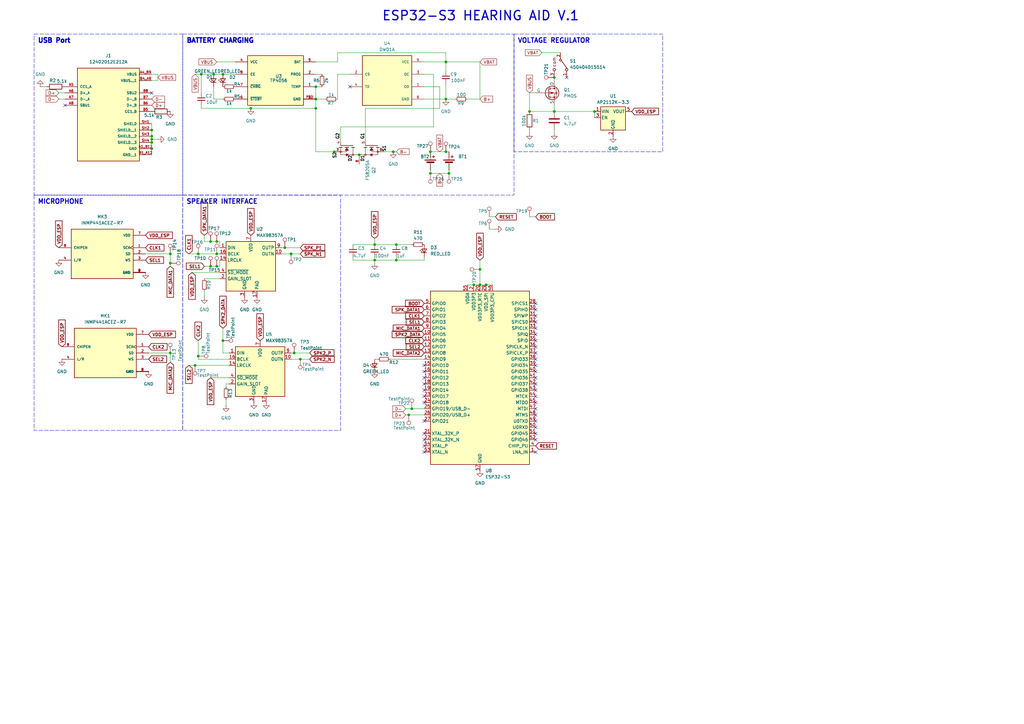
<source format=kicad_sch>
(kicad_sch (version 20231120) (generator "eeschema") (generator_version "8.0")
  (paper "A3")
  (lib_symbols
    (symbol "12402012E212A:12402012E212A" (pin_names (offset 1.016))
      (property "Reference" "J" (at -12.7 13.462 0))
      (property "Value" "12402012E212A" (at -12.7 -26.162 0))
      (symbol "12402012E212A_0_0"
        (pin power_in line (at 17.78 -20.32 180) (length 5.08) (name "GND") (number "A1_B12"))
        (pin power_in line (at 17.78 10.16 180) (length 5.08) (name "VBUS") (number "A4_B9"))
        (pin bidirectional line (at -17.78 5.08 0) (length 5.08) (name "CC1_A") (number "A5"))
        (pin bidirectional line (at -17.78 2.54 0) (length 5.08) (name "D+_A") (number "A6"))
        (pin bidirectional line (at -17.78 0 0) (length 5.08) (name "D-_A") (number "A7"))
        (pin bidirectional line (at -17.78 -2.54 0) (length 5.08) (name "SBU1") (number "A8"))
        (pin power_in line (at 17.78 -22.86 180) (length 5.08) (name "GND__1") (number "B1_A12"))
        (pin power_in line (at 17.78 7.62 180) (length 5.08) (name "VBUS__1") (number "B4_A9"))
        (pin bidirectional line (at 17.78 -5.08 180) (length 5.08) (name "CC1_B") (number "B5"))
        (pin bidirectional line (at 17.78 -2.54 180) (length 5.08) (name "D+_B") (number "B6"))
        (pin bidirectional line (at 17.78 0 180) (length 5.08) (name "D-_B") (number "B7"))
        (pin bidirectional line (at 17.78 2.54 180) (length 5.08) (name "SBU2") (number "B8"))
        (pin passive line (at 17.78 -10.16 180) (length 5.08) (name "SHIELD") (number "SH1"))
        (pin passive line (at 17.78 -12.7 180) (length 5.08) (name "SHIELD__1") (number "SH2"))
        (pin passive line (at 17.78 -15.24 180) (length 5.08) (name "SHIELD__2") (number "SH3"))
        (pin passive line (at 17.78 -17.78 180) (length 5.08) (name "SHIELD__3") (number "SH4"))
      )
    )
    (symbol "450404015514:450404015514" (pin_names (offset 1.016) hide)
      (property "Reference" "S" (at 2.1336 4.1148 0))
      (property "Value" "450404015514" (at -2.413 -5.1308 0))
      (symbol "450404015514_0_0"
        (text "com" (at -3.302 -1.8034 0) (effects (font (size 1.27 1.27)) (justify left bottom)))
        (pin passive line (at 5.08 2.54 180) (length 2.54) (name "~") (number "1"))
        (pin passive line (at -5.08 0 0) (length 2.54) (name "~") (number "2"))
        (pin passive line (at 5.08 -2.54 180) (length 2.54) (name "~") (number "3"))
      )
    )
    (symbol "Audio:MAX98357A"
      (property "Reference" "U" (at -8.89 11.43 0))
      (property "Value" "MAX98357A" (at 10.16 11.43 0))
      (symbol "MAX98357A_1_1"
        (pin input line (at -12.7 7.62 0) (length 2.54) (name "DIN") (number "1"))
        (pin output line (at 12.7 5.08 180) (length 2.54) (name "OUTN") (number "10"))
        (pin passive line (at -2.54 -12.7 90) (length 2.54) hide (name "GND") (number "11"))
        (pin no_connect line (at 10.16 -5.08 180) (length 2.54) hide (name "NC") (number "12"))
        (pin no_connect line (at 10.16 -7.62 180) (length 2.54) hide (name "NC") (number "13"))
        (pin input line (at -12.7 2.54 0) (length 2.54) (name "LRCLK") (number "14"))
        (pin passive line (at -2.54 -12.7 90) (length 2.54) hide (name "GND") (number "15"))
        (pin input line (at -12.7 5.08 0) (length 2.54) (name "BCLK") (number "16"))
        (pin unspecified line (at 2.54 -12.7 90) (length 2.54) (name "PAD") (number "17"))
        (pin passive line (at -12.7 -5.08 0) (length 2.54) (name "GAIN_SLOT") (number "2"))
        (pin power_in line (at -2.54 -12.7 90) (length 2.54) (name "GND") (number "3"))
        (pin input line (at -12.7 -2.54 0) (length 2.54) (name "~{SD_MODE}") (number "4"))
        (pin no_connect line (at 10.16 2.54 180) (length 2.54) hide (name "NC") (number "5"))
        (pin no_connect line (at 10.16 0 180) (length 2.54) hide (name "NC") (number "6"))
        (pin power_in line (at 0 12.7 270) (length 2.54) (name "VDD") (number "7"))
        (pin passive line (at 0 12.7 270) (length 2.54) hide (name "VDD") (number "8"))
        (pin output line (at 12.7 7.62 180) (length 2.54) (name "OUTP") (number "9"))
      )
    )
    (symbol "Connector:TestPoint" (pin_numbers hide) (pin_names (offset 0.762) hide)
      (property "Reference" "TP" (at 0 6.858 0))
      (property "Value" "TestPoint" (at 0 5.08 0))
      (symbol "TestPoint_1_1"
        (pin passive line (at 0 0 90) (length 2.54) (name "1") (number "1"))
      )
    )
    (symbol "DW01A:DW01A" (pin_names (offset 1.016))
      (property "Reference" "U" (at -10.16 11.43 0))
      (property "Value" "DW01A" (at -10.16 -12.7 0))
      (symbol "DW01A_0_0"
        (pin output line (at 15.24 -2.54 180) (length 5.08) (name "OD") (number "1"))
        (pin input line (at -15.24 2.54 0) (length 5.08) (name "CS") (number "2"))
        (pin output line (at 15.24 2.54 180) (length 5.08) (name "OC") (number "3"))
        (pin passive line (at -15.24 -2.54 0) (length 5.08) (name "TD") (number "4"))
        (pin power_in line (at 15.24 7.62 180) (length 5.08) (name "VCC") (number "5"))
        (pin power_in line (at 15.24 -7.62 180) (length 5.08) (name "GND") (number "6"))
      )
    )
    (symbol "Device:Battery_Cell" (pin_numbers hide) (pin_names (offset 0) hide)
      (property "Reference" "BT" (at 2.54 2.54 0))
      (property "Value" "Battery_Cell" (at 2.54 0 0))
      (symbol "Battery_Cell_1_1"
        (pin passive line (at 0 5.08 270) (length 2.54) (name "+") (number "1"))
        (pin passive line (at 0 -2.54 90) (length 2.54) (name "-") (number "2"))
      )
    )
    (symbol "Device:C" (pin_numbers hide) (pin_names (offset 0.254))
      (property "Reference" "C" (at 0.635 2.54 0))
      (property "Value" "C" (at 0.635 -2.54 0))
      (symbol "C_1_1"
        (pin passive line (at 0 3.81 270) (length 2.794) (name "~") (number "1"))
        (pin passive line (at 0 -3.81 90) (length 2.794) (name "~") (number "2"))
      )
    )
    (symbol "Device:C_Small" (pin_numbers hide) (pin_names (offset 0.254) hide)
      (property "Reference" "C" (at 0.254 1.778 0))
      (property "Value" "C_Small" (at 0.254 -2.032 0))
      (symbol "C_Small_1_1"
        (pin passive line (at 0 2.54 270) (length 2.032) (name "~") (number "1"))
        (pin passive line (at 0 -2.54 90) (length 2.032) (name "~") (number "2"))
      )
    )
    (symbol "Device:LED_Small" (pin_numbers hide) (pin_names (offset 0.254) hide)
      (property "Reference" "D" (at -1.27 3.175 0))
      (property "Value" "LED_Small" (at -4.445 -2.54 0))
      (symbol "LED_Small_1_1"
        (pin passive line (at -2.54 0 0) (length 1.778) (name "K") (number "1"))
        (pin passive line (at 2.54 0 180) (length 1.778) (name "A") (number "2"))
      )
    )
    (symbol "Device:R" (pin_numbers hide) (pin_names (offset 0))
      (property "Reference" "R" (at 2.032 0 90))
      (property "Value" "R" (at 0 0 90))
      (symbol "R_1_1"
        (pin passive line (at 0 3.81 270) (length 1.27) (name "~") (number "1"))
        (pin passive line (at 0 -3.81 90) (length 1.27) (name "~") (number "2"))
      )
    )
    (symbol "Device:R_Small" (pin_numbers hide) (pin_names (offset 0.254) hide)
      (property "Reference" "R" (at 0.762 0.508 0))
      (property "Value" "R_Small" (at 0.762 -1.016 0))
      (symbol "R_Small_1_1"
        (pin passive line (at 0 2.54 270) (length 0.762) (name "~") (number "1"))
        (pin passive line (at 0 -2.54 90) (length 0.762) (name "~") (number "2"))
      )
    )
    (symbol "FS8205A:FS8205A" (pin_names (offset 1.016))
      (property "Reference" "Q" (at -11.43 7.62 0))
      (property "Value" "FS8205A" (at -11.43 -12.7 0))
      (symbol "FS8205A_0_0"
        (pin passive line (at 5.08 0 180) (length 2.54) (name "~") (number "1"))
        (pin passive line (at 0 -10.16 90) (length 2.54) (name "~") (number "2"))
        (pin passive line (at 0 -10.16 90) (length 2.54) (name "~") (number "3"))
        (pin passive line (at -5.08 -7.62 0) (length 2.54) (name "~") (number "4"))
        (pin passive line (at -5.08 2.54 0) (length 2.54) (name "~") (number "5"))
        (pin passive line (at 0 10.16 270) (length 2.54) (name "~") (number "6"))
        (pin passive line (at 0 10.16 270) (length 2.54) (name "~") (number "7"))
        (pin passive line (at 5.08 0 180) (length 2.54) (name "~") (number "8"))
      )
    )
    (symbol "INMP441ACEZ-R7:INMP441ACEZ-R7" (pin_names (offset 1.016))
      (property "Reference" "MK" (at -12.7 10.795 0))
      (property "Value" "INMP441ACEZ-R7" (at -12.7 -12.7 0))
      (symbol "INMP441ACEZ-R7_0_0"
        (pin input clock (at 17.78 2.54 180) (length 5.08) (name "SCK") (number "1"))
        (pin output line (at 17.78 0 180) (length 5.08) (name "SD") (number "2"))
        (pin input line (at 17.78 -2.54 180) (length 5.08) (name "WS") (number "3"))
        (pin input line (at -17.78 -2.54 0) (length 5.08) (name "L/R") (number "4"))
        (pin power_in line (at 17.78 -7.62 180) (length 5.08) (name "GND") (number "5"))
        (pin power_in line (at 17.78 -7.62 180) (length 5.08) (name "GND") (number "6"))
        (pin power_in line (at 17.78 7.62 180) (length 5.08) (name "VDD") (number "7"))
        (pin input line (at -17.78 2.54 0) (length 5.08) (name "CHIPEN") (number "8"))
        (pin power_in line (at 17.78 -7.62 180) (length 5.08) (name "GND") (number "9"))
      )
    )
    (symbol "MCU_Espressif:ESP32-S3"
      (property "Reference" "U" (at 10.16 -38.1 0))
      (property "Value" "ESP32-S3" (at 13.97 -40.64 0))
      (symbol "ESP32-S3_1_0"
        (pin bidirectional line (at 22.86 12.7 180) (length 2.54) (name "SPICLK_N") (number "36"))
        (pin bidirectional line (at 22.86 -10.16 180) (length 2.54) (name "MTDO") (number "45"))
        (pin bidirectional line (at 22.86 -22.86 180) (length 2.54) (name "GPIO45") (number "51"))
        (pin passive line (at -5.08 38.1 270) (length 2.54) hide (name "VDDA") (number "56"))
      )
      (symbol "ESP32-S3_1_1"
        (pin bidirectional line (at 22.86 -30.48 180) (length 2.54) (name "LNA_IN") (number "1"))
        (pin bidirectional line (at -22.86 17.78 0) (length 2.54) (name "GPIO5") (number "10"))
        (pin bidirectional line (at -22.86 15.24 0) (length 2.54) (name "GPIO6") (number "11"))
        (pin bidirectional line (at -22.86 12.7 0) (length 2.54) (name "GPIO7") (number "12"))
        (pin bidirectional line (at -22.86 10.16 0) (length 2.54) (name "GPIO8") (number "13"))
        (pin bidirectional line (at -22.86 7.62 0) (length 2.54) (name "GPIO9") (number "14"))
        (pin bidirectional line (at -22.86 5.08 0) (length 2.54) (name "GPIO10") (number "15"))
        (pin bidirectional line (at -22.86 2.54 0) (length 2.54) (name "GPIO11") (number "16"))
        (pin bidirectional line (at -22.86 0 0) (length 2.54) (name "GPIO12") (number "17"))
        (pin bidirectional line (at -22.86 -2.54 0) (length 2.54) (name "GPIO13") (number "18"))
        (pin bidirectional line (at -22.86 -5.08 0) (length 2.54) (name "GPIO14") (number "19"))
        (pin power_in line (at -2.54 38.1 270) (length 2.54) (name "VDD3P3") (number "2"))
        (pin power_in line (at 0 38.1 270) (length 2.54) (name "VDD3P3_RTC") (number "20"))
        (pin passive line (at -22.86 -22.86 0) (length 2.54) (name "XTAL_32K_P") (number "21"))
        (pin passive line (at -22.86 -25.4 0) (length 2.54) (name "XTAL_32K_N") (number "22"))
        (pin bidirectional line (at -22.86 -7.62 0) (length 2.54) (name "GPIO17") (number "23"))
        (pin bidirectional line (at -22.86 -10.16 0) (length 2.54) (name "GPIO18") (number "24"))
        (pin bidirectional line (at -22.86 -12.7 0) (length 2.54) (name "GPIO19/USB_D-") (number "25"))
        (pin bidirectional line (at -22.86 -15.24 0) (length 2.54) (name "GPIO20/USB_D+") (number "26"))
        (pin bidirectional line (at -22.86 -17.78 0) (length 2.54) (name "GPIO21") (number "27"))
        (pin bidirectional line (at 22.86 30.48 180) (length 2.54) (name "SPICS1") (number "28"))
        (pin power_in line (at 2.54 38.1 270) (length 2.54) (name "VDD_SPI") (number "29"))
        (pin passive line (at -2.54 38.1 270) (length 2.54) hide (name "VDD3P3") (number "3"))
        (pin bidirectional line (at 22.86 27.94 180) (length 2.54) (name "SPIHD") (number "30"))
        (pin bidirectional line (at 22.86 25.4 180) (length 2.54) (name "SPIWP") (number "31"))
        (pin bidirectional line (at 22.86 22.86 180) (length 2.54) (name "SPICS0") (number "32"))
        (pin bidirectional line (at 22.86 20.32 180) (length 2.54) (name "SPICLK") (number "33"))
        (pin bidirectional line (at 22.86 17.78 180) (length 2.54) (name "SPIQ") (number "34"))
        (pin bidirectional line (at 22.86 15.24 180) (length 2.54) (name "SPID") (number "35"))
        (pin bidirectional line (at 22.86 10.16 180) (length 2.54) (name "SPICLK_P") (number "37"))
        (pin bidirectional line (at 22.86 7.62 180) (length 2.54) (name "GPIO33") (number "38"))
        (pin bidirectional line (at 22.86 5.08 180) (length 2.54) (name "GPIO34") (number "39"))
        (pin input line (at 22.86 -27.94 180) (length 2.54) (name "CHIP_PU") (number "4"))
        (pin bidirectional line (at 22.86 2.54 180) (length 2.54) (name "GPIO35") (number "40"))
        (pin bidirectional line (at 22.86 0 180) (length 2.54) (name "GPIO36") (number "41"))
        (pin bidirectional line (at 22.86 -2.54 180) (length 2.54) (name "GPIO37") (number "42"))
        (pin bidirectional line (at 22.86 -5.08 180) (length 2.54) (name "GPIO38") (number "43"))
        (pin bidirectional line (at 22.86 -7.62 180) (length 2.54) (name "MTCK") (number "44"))
        (pin power_in line (at 5.08 38.1 270) (length 2.54) (name "VDD3P3_CPU") (number "46"))
        (pin bidirectional line (at 22.86 -12.7 180) (length 2.54) (name "MTDI") (number "47"))
        (pin bidirectional line (at 22.86 -15.24 180) (length 2.54) (name "MTMS") (number "48"))
        (pin bidirectional line (at 22.86 -17.78 180) (length 2.54) (name "U0TXD") (number "49"))
        (pin bidirectional line (at -22.86 30.48 0) (length 2.54) (name "GPIO0") (number "5"))
        (pin bidirectional line (at 22.86 -20.32 180) (length 2.54) (name "U0RXD") (number "50"))
        (pin bidirectional line (at 22.86 -25.4 180) (length 2.54) (name "GPIO46") (number "52"))
        (pin output line (at -22.86 -30.48 0) (length 2.54) (name "XTAL_N") (number "53"))
        (pin input line (at -22.86 -27.94 0) (length 2.54) (name "XTAL_P") (number "54"))
        (pin power_in line (at -5.08 38.1 270) (length 2.54) (name "VDDA") (number "55"))
        (pin power_in line (at 0 -38.1 90) (length 2.54) (name "GND") (number "57"))
        (pin bidirectional line (at -22.86 27.94 0) (length 2.54) (name "GPIO1") (number "6"))
        (pin bidirectional line (at -22.86 25.4 0) (length 2.54) (name "GPIO2") (number "7"))
        (pin bidirectional line (at -22.86 22.86 0) (length 2.54) (name "GPIO3") (number "8"))
        (pin bidirectional line (at -22.86 20.32 0) (length 2.54) (name "GPIO4") (number "9"))
      )
    )
    (symbol "Regulator_Linear:AP2112K-3.3" (pin_names (offset 0.254))
      (property "Reference" "U" (at -5.08 5.715 0))
      (property "Value" "AP2112K-3.3" (at 0 5.715 0))
      (symbol "AP2112K-3.3_1_1"
        (pin power_in line (at -7.62 2.54 0) (length 2.54) (name "VIN") (number "1"))
        (pin power_in line (at 0 -7.62 90) (length 2.54) (name "GND") (number "2"))
        (pin input line (at -7.62 0 0) (length 2.54) (name "EN") (number "3"))
        (pin no_connect line (at 5.08 0 180) (length 2.54) hide (name "NC") (number "4"))
        (pin power_out line (at 7.62 2.54 180) (length 2.54) (name "VOUT") (number "5"))
      )
    )
    (symbol "Simulation_SPICE:PMOS" (pin_numbers hide) (pin_names (offset 0))
      (property "Reference" "Q" (at 5.08 1.27 0))
      (property "Value" "PMOS" (at 5.08 -1.27 0))
      (symbol "PMOS_1_1"
        (pin passive line (at 2.54 5.08 270) (length 2.54) (name "D") (number "1"))
        (pin input line (at -5.08 0 0) (length 2.54) (name "G") (number "2"))
        (pin passive line (at 2.54 -5.08 90) (length 2.54) (name "S") (number "3"))
      )
    )
    (symbol "TP4056:TP4056" (pin_names (offset 1.016))
      (property "Reference" "U" (at 0 0 0))
      (property "Value" "TP4056" (at 0 0 0))
      (symbol "TP4056_0_0"
        (pin bidirectional line (at 15.24 -2.54 180) (length 5.08) (name "TEMP") (number "1"))
        (pin bidirectional line (at 15.24 2.54 180) (length 5.08) (name "PROG") (number "2"))
        (pin bidirectional line (at 15.24 -7.62 180) (length 5.08) (name "GND") (number "3"))
        (pin bidirectional line (at -17.78 7.62 0) (length 5.08) (name "VCC") (number "4"))
        (pin bidirectional line (at 15.24 7.62 180) (length 5.08) (name "BAT") (number "5"))
        (pin bidirectional line (at -17.78 -7.62 0) (length 5.08) (name "~{STDBY}") (number "6"))
        (pin bidirectional line (at -17.78 -2.54 0) (length 5.08) (name "~{CHRG}") (number "7"))
        (pin bidirectional line (at -17.78 2.54 0) (length 5.08) (name "CE") (number "8"))
        (pin bidirectional line (at 15.24 -7.62 180) (length 5.08) (name "GND") (number "PAD"))
      )
    )
    (symbol "power:GND" (power) (pin_numbers hide) (pin_names (offset 0) hide)
      (property "Value" "GND" (at 0 -3.81 0))
      (symbol "GND_1_1"
        (pin power_in line (at 0 0 270) (length 0) (name "~") (number "1"))
      )
    )
  )
  (junction (at 182.88 62.23))
  (junction (at 102.87 44.45))
  (junction (at 227.33 45.72))
  (junction (at 86.36 99.06))
  (junction (at 162.56 100.33))
  (junction (at 88.9 104.14))
  (junction (at 62.23 58.42))
  (junction (at 69.85 107.95))
  (junction (at 88.9 109.22))
  (junction (at 62.23 60.96))
  (junction (at 147.32 63.5))
  (junction (at 227.33 31.75))
  (junction (at 217.17 45.72))
  (junction (at 182.88 25.4))
  (junction (at 161.29 62.23))
  (junction (at 129.54 40.64))
  (junction (at 167.64 170.18))
  (junction (at 123.19 147.32))
  (junction (at 120.65 144.78))
  (junction (at 196.85 116.84))
  (junction (at 62.23 57.15))
  (junction (at 62.23 53.34))
  (junction (at 86.36 109.22))
  (junction (at 243.84 45.72))
  (junction (at 199.39 116.84))
  (junction (at 80.01 149.86))
  (junction (at 129.54 35.56))
  (junction (at 116.84 101.6))
  (junction (at 119.38 104.14))
  (junction (at 69.85 104.14))
  (junction (at 129.54 44.45))
  (junction (at 81.28 104.14))
  (junction (at 91.44 139.7))
  (junction (at 81.28 146.05))
  (junction (at 168.91 167.64))
  (junction (at 194.31 116.84))
  (junction (at 196.85 110.49))
  (junction (at 62.23 55.88))
  (junction (at 82.55 30.48))
  (junction (at 184.15 71.12))
  (junction (at 91.44 30.48))
  (junction (at 176.53 62.23))
  (junction (at 88.9 99.06))
  (junction (at 182.88 40.64))
  (junction (at 162.56 106.68))
  (junction (at 176.53 71.12))
  (junction (at 153.67 100.33))
  (junction (at 137.16 62.23))
  (junction (at 69.85 144.78))
  (junction (at 87.63 30.48))
  (junction (at 153.67 106.68))
  (no_connect (at 219.71 139.7))
  (no_connect (at 219.71 154.94))
  (no_connect (at 219.71 160.02))
  (no_connect (at 173.99 177.8))
  (no_connect (at 219.71 167.64))
  (no_connect (at 219.71 165.1))
  (no_connect (at 173.99 172.72))
  (no_connect (at 173.99 185.42))
  (no_connect (at 219.71 170.18))
  (no_connect (at 219.71 175.26))
  (no_connect (at 219.71 147.32))
  (no_connect (at 219.71 124.46))
  (no_connect (at 219.71 177.8))
  (no_connect (at 232.41 31.75))
  (no_connect (at 219.71 137.16))
  (no_connect (at 219.71 127))
  (no_connect (at 173.99 162.56))
  (no_connect (at 219.71 152.4))
  (no_connect (at 219.71 142.24))
  (no_connect (at 173.99 149.86))
  (no_connect (at 143.51 35.56))
  (no_connect (at 173.99 182.88))
  (no_connect (at 219.71 172.72))
  (no_connect (at 173.99 180.34))
  (no_connect (at 219.71 144.78))
  (no_connect (at 26.67 43.18))
  (no_connect (at 173.99 165.1))
  (no_connect (at 173.99 152.4))
  (no_connect (at 62.23 38.1))
  (no_connect (at 219.71 185.42))
  (no_connect (at 173.99 154.94))
  (no_connect (at 219.71 180.34))
  (no_connect (at 173.99 157.48))
  (no_connect (at 219.71 162.56))
  (no_connect (at 173.99 160.02))
  (no_connect (at 219.71 157.48))
  (no_connect (at 219.71 129.54))
  (no_connect (at 219.71 132.08))
  (no_connect (at 219.71 149.86))
  (no_connect (at 219.71 134.62))
  (wire (pts (xy 87.63 35.56) (xy 87.63 40.64)))
  (wire (pts (xy 62.23 55.88) (xy 62.23 57.15)))
  (wire (pts (xy 182.88 21.59) (xy 182.88 25.4)))
  (wire (pts (xy 129.54 35.56) (xy 129.54 40.64)))
  (wire (pts (xy 69.85 104.14) (xy 59.69 104.14)))
  (wire (pts (xy 166.37 167.64) (xy 168.91 167.64)))
  (wire (pts (xy 139.7 52.07) (xy 139.7 57.15)))
  (wire (pts (xy 77.47 149.86) (xy 80.01 149.86)))
  (wire (pts (xy 138.43 25.4) (xy 138.43 21.59)))
  (wire (pts (xy 64.77 30.48) (xy 64.77 33.02)))
  (wire (pts (xy 167.64 170.18) (xy 173.99 170.18)))
  (wire (pts (xy 77.47 104.14) (xy 81.28 104.14)))
  (wire (pts (xy 168.91 167.64) (xy 173.99 167.64)))
  (wire (pts (xy 177.8 30.48) (xy 177.8 52.07)))
  (wire (pts (xy 69.85 107.95) (xy 69.85 104.14)))
  (wire (pts (xy 196.85 116.84) (xy 199.39 116.84)))
  (wire (pts (xy 88.9 99.06) (xy 90.17 99.06)))
  (wire (pts (xy 166.37 170.18) (xy 167.64 170.18)))
  (wire (pts (xy 157.48 62.23) (xy 161.29 62.23)))
  (wire (pts (xy 82.55 30.48) (xy 82.55 38.1)))
  (wire (pts (xy 191.77 40.64) (xy 196.85 40.64)))
  (wire (pts (xy 91.44 30.48) (xy 96.52 30.48)))
  (wire (pts (xy 64.77 57.15) (xy 62.23 57.15)))
  (wire (pts (xy 196.85 106.68) (xy 196.85 110.49)))
  (wire (pts (xy 86.36 154.94) (xy 93.98 154.94)))
  (wire (pts (xy 92.71 157.48) (xy 92.71 158.75)))
  (wire (pts (xy 81.28 104.14) (xy 88.9 104.14)))
  (wire (pts (xy 78.74 111.76) (xy 90.17 111.76)))
  (wire (pts (xy 123.19 101.6) (xy 116.84 101.6)))
  (wire (pts (xy 203.2 93.98) (xy 200.66 93.98)))
  (wire (pts (xy 83.82 96.52) (xy 83.82 99.06)))
  (wire (pts (xy 149.86 57.15) (xy 149.86 44.45)))
  (wire (pts (xy 149.86 44.45) (xy 180.34 44.45)))
  (wire (pts (xy 217.17 45.72) (xy 227.33 45.72)))
  (wire (pts (xy 173.99 40.64) (xy 182.88 40.64)))
  (wire (pts (xy 123.19 147.32) (xy 119.38 147.32)))
  (wire (pts (xy 83.82 109.22) (xy 86.36 109.22)))
  (wire (pts (xy 69.85 144.78) (xy 60.96 144.78)))
  (wire (pts (xy 176.53 69.85) (xy 176.53 71.12)))
  (wire (pts (xy 161.29 62.23) (xy 162.56 62.23)))
  (wire (pts (xy 129.54 40.64) (xy 129.54 44.45)))
  (wire (pts (xy 180.34 44.45) (xy 180.34 35.56)))
  (wire (pts (xy 227.33 54.61) (xy 227.33 53.34)))
  (wire (pts (xy 90.17 99.06) (xy 90.17 101.6)))
  (wire (pts (xy 144.78 63.5) (xy 147.32 63.5)))
  (wire (pts (xy 227.33 33.02) (xy 227.33 31.75)))
  (wire (pts (xy 83.82 121.92) (xy 83.82 119.38)))
  (wire (pts (xy 62.23 53.34) (xy 62.23 55.88)))
  (wire (pts (xy 173.99 105.41) (xy 173.99 106.68)))
  (wire (pts (xy 180.34 35.56) (xy 173.99 35.56)))
  (wire (pts (xy 82.55 44.45) (xy 102.87 44.45)))
  (wire (pts (xy 116.84 101.6) (xy 115.57 101.6)))
  (wire (pts (xy 83.82 99.06) (xy 86.36 99.06)))
  (wire (pts (xy 162.56 106.68) (xy 162.56 105.41)))
  (wire (pts (xy 69.85 109.22) (xy 69.85 107.95)))
  (wire (pts (xy 90.17 109.22) (xy 90.17 106.68)))
  (wire (pts (xy 144.78 106.68) (xy 144.78 105.41)))
  (wire (pts (xy 138.43 40.64) (xy 138.43 30.48)))
  (wire (pts (xy 81.28 147.32) (xy 93.98 147.32)))
  (wire (pts (xy 129.54 44.45) (xy 129.54 62.23)))
  (wire (pts (xy 120.65 144.78) (xy 119.38 144.78)))
  (wire (pts (xy 91.44 134.62) (xy 91.44 139.7)))
  (wire (pts (xy 243.84 45.72) (xy 243.84 48.26)))
  (wire (pts (xy 176.53 71.12) (xy 184.15 71.12)))
  (wire (pts (xy 24.13 40.64) (xy 26.67 40.64)))
  (wire (pts (xy 196.85 25.4) (xy 196.85 40.64)))
  (wire (pts (xy 83.82 114.3) (xy 90.17 114.3)))
  (wire (pts (xy 217.17 38.1) (xy 217.17 45.72)))
  (wire (pts (xy 62.23 33.02) (xy 64.77 33.02)))
  (wire (pts (xy 62.23 57.15) (xy 62.23 58.42)))
  (wire (pts (xy 219.71 38.1) (xy 217.17 38.1)))
  (wire (pts (xy 127 144.78) (xy 120.65 144.78)))
  (wire (pts (xy 173.99 106.68) (xy 162.56 106.68)))
  (wire (pts (xy 82.55 30.48) (xy 87.63 30.48)))
  (wire (pts (xy 182.88 34.29) (xy 182.88 40.64)))
  (wire (pts (xy 93.98 157.48) (xy 92.71 157.48)))
  (wire (pts (xy 200.66 88.9) (xy 203.2 88.9)))
  (wire (pts (xy 194.31 116.84) (xy 196.85 116.84)))
  (wire (pts (xy 182.88 25.4) (xy 196.85 25.4)))
  (wire (pts (xy 88.9 109.22) (xy 90.17 109.22)))
  (wire (pts (xy 217.17 54.61) (xy 217.17 53.34)))
  (wire (pts (xy 91.44 139.7) (xy 91.44 144.78)))
  (wire (pts (xy 154.94 147.32) (xy 153.67 147.32)))
  (wire (pts (xy 138.43 62.23) (xy 137.16 62.23)))
  (wire (pts (xy 184.15 71.12) (xy 184.15 69.85)))
  (wire (pts (xy 26.67 38.1) (xy 24.13 38.1)))
  (wire (pts (xy 129.54 40.64) (xy 133.35 40.64)))
  (wire (pts (xy 80.01 149.86) (xy 93.98 149.86)))
  (wire (pts (xy 119.38 104.14) (xy 123.19 104.14)))
  (wire (pts (xy 227.33 43.18) (xy 227.33 45.72)))
  (wire (pts (xy 153.67 100.33) (xy 162.56 100.33)))
  (wire (pts (xy 153.67 97.79) (xy 153.67 100.33)))
  (wire (pts (xy 144.78 106.68) (xy 153.67 106.68)))
  (wire (pts (xy 91.44 144.78) (xy 93.98 144.78)))
  (wire (pts (xy 129.54 62.23) (xy 137.16 62.23)))
  (wire (pts (xy 177.8 52.07) (xy 139.7 52.07)))
  (wire (pts (xy 191.77 116.84) (xy 194.31 116.84)))
  (wire (pts (xy 82.55 43.18) (xy 82.55 44.45)))
  (wire (pts (xy 162.56 100.33) (xy 168.91 100.33)))
  (wire (pts (xy 129.54 35.56) (xy 132.08 35.56)))
  (wire (pts (xy 86.36 99.06) (xy 88.9 99.06)))
  (wire (pts (xy 129.54 25.4) (xy 138.43 25.4)))
  (wire (pts (xy 144.78 100.33) (xy 153.67 100.33)))
  (wire (pts (xy 217.17 88.9) (xy 219.71 88.9)))
  (wire (pts (xy 62.23 50.8) (xy 62.23 53.34)))
  (wire (pts (xy 87.63 30.48) (xy 91.44 30.48)))
  (wire (pts (xy 153.67 107.95) (xy 153.67 106.68)))
  (wire (pts (xy 147.32 63.5) (xy 149.86 63.5)))
  (wire (pts (xy 86.36 109.22) (xy 88.9 109.22)))
  (wire (pts (xy 138.43 30.48) (xy 143.51 30.48)))
  (wire (pts (xy 160.02 147.32) (xy 173.99 147.32)))
  (wire (pts (xy 81.28 146.05) (xy 81.28 147.32)))
  (wire (pts (xy 199.39 116.84) (xy 201.93 116.84)))
  (wire (pts (xy 147.32 63.5) (xy 147.32 67.31)))
  (wire (pts (xy 123.19 147.32) (xy 127 147.32)))
  (wire (pts (xy 182.88 62.23) (xy 184.15 62.23)))
  (wire (pts (xy 153.67 106.68) (xy 162.56 106.68)))
  (wire (pts (xy 182.88 25.4) (xy 182.88 29.21)))
  (wire (pts (xy 222.25 21.59) (xy 229.87 21.59)))
  (wire (pts (xy 88.9 25.4) (xy 96.52 25.4)))
  (wire (pts (xy 16.51 35.56) (xy 19.05 35.56)))
  (wire (pts (xy 129.54 30.48) (xy 132.08 30.48)))
  (wire (pts (xy 153.67 106.68) (xy 153.67 105.41)))
  (wire (pts (xy 119.38 104.14) (xy 115.57 104.14)))
  (wire (pts (xy 227.33 45.72) (xy 243.84 45.72)))
  (wire (pts (xy 87.63 40.64) (xy 91.44 40.64)))
  (wire (pts (xy 92.71 166.37) (xy 92.71 163.83)))
  (wire (pts (xy 62.23 58.42) (xy 62.23 60.96)))
  (wire (pts (xy 182.88 40.64) (xy 186.69 40.64)))
  (wire (pts (xy 62.23 30.48) (xy 64.77 30.48)))
  (wire (pts (xy 102.87 44.45) (xy 129.54 44.45)))
  (wire (pts (xy 138.43 21.59) (xy 182.88 21.59)))
  (wire (pts (xy 80.01 30.48) (xy 82.55 30.48)))
  (wire (pts (xy 173.99 30.48) (xy 177.8 30.48)))
  (wire (pts (xy 81.28 139.7) (xy 81.28 146.05)))
  (wire (pts (xy 62.23 60.96) (xy 62.23 63.5)))
  (wire (pts (xy 173.99 25.4) (xy 182.88 25.4)))
  (wire (pts (xy 88.9 104.14) (xy 90.17 104.14)))
  (wire (pts (xy 69.85 148.59) (xy 69.85 144.78)))
  (wire (pts (xy 196.85 110.49) (xy 196.85 116.84)))
  (wire (pts (xy 176.53 62.23) (xy 182.88 62.23)))
  (rectangle (start 74.93 13.97) (end 210.82 80.01) (stroke (width 0) (type dash)))
  (rectangle (start 74.93 80.01) (end 139.7 176.53) (stroke (width 0) (type dash)))
  (rectangle (start 210.82 13.97) (end 271.78 62.23) (stroke (width 0) (type dash)))
  (rectangle (start 13.97 13.97) (end 74.93 80.01) (stroke (width 0) (type dash)))
  (rectangle (start 13.97 80.01) (end 74.93 176.53) (stroke (width 0) (type dash)))
  (text_box "BATTERY CHARGING" (at 74.93 13.97 0) (size 31.75 5.08) (stroke (width -0.0001)) (effects (font (size 1.905 1.905) (thickness 0.508) (bold yes)) (justify left top)))
  (text_box "MICROPHONE\n" (at 13.97 80.01 0) (size 33.02 5.08) (stroke (width -0.0001)) (effects (font (size 1.905 1.905) (thickness 0.381) (bold yes)) (justify left top)))
  (text_box "SPEAKER INTERFACE\n" (at 74.93 80.01 0) (size 35.56 5.08) (stroke (width -0.0001)) (effects (font (size 1.905 1.905) (thickness 0.381) (bold yes)) (justify left top)))
  (text_box "VOLTAGE REGULATOR\n" (at 210.82 13.97 0) (size 33.02 5.08) (stroke (width -0.0001)) (effects (font (size 1.905 1.905) (thickness 0.381) (bold yes)) (justify left top)))
  (text_box "USB Port\n" (at 13.97 13.97 0) (size 26.67 5.08) (stroke (width -0.0001)) (effects (font (size 1.905 1.905) (thickness 0.508) (bold yes)) (justify left top)))
  (text_box "ESP32-S3 HEARING AID V.1" (at 153.67 1.27 0) (size 91.44 8.89) (stroke (width -0.0001)) (effects (font (size 3.81 3.81) (thickness 0.508) (bold yes)) (justify left top)))
  (label "G2" (at 139.7 57.15 90) (effects (font (bold yes))))
  (label "D1" (at 149.86 63.5 270) (effects (font (bold yes))))
  (label "G1" (at 149.86 57.15 90) (effects (font (bold yes))))
  (label "S1" (at 158.75 62.23 90) (effects (font (bold yes))))
  (label "S2" (at 138.43 62.23 270) (effects (font (bold yes))))
  (label "D2" (at 144.78 63.5 270) (effects (font (bold yes))))
  (global_label "VDD_ESP" (shape input) (at 196.85 106.68 90) (effects (font (bold yes))) (property "Intersheetrefs" "${INTERSHEET_REFS}" (effects (hide yes))))
  (global_label "CLK1" (shape input) (at 59.69 101.6 0) (effects (font (bold yes))) (property "Intersheetrefs" "${INTERSHEET_REFS}" (effects (hide yes))))
  (global_label "VDD_ESP" (shape input) (at 102.87 96.52 90) (effects (font (bold yes))) (property "Intersheetrefs" "${INTERSHEET_REFS}" (effects (hide yes))))
  (global_label "SEL2" (shape input) (at 60.96 147.32 0) (effects (font (bold yes))) (property "Intersheetrefs" "${INTERSHEET_REFS}" (effects (hide yes))))
  (global_label "MIC_DATA1" (shape input) (at 173.99 134.62 180) (effects (font (bold yes))) (property "Intersheetrefs" "${INTERSHEET_REFS}" (effects (hide yes))))
  (global_label "VDD_ESP" (shape input) (at 25.4 142.24 90) (effects (font (bold yes))) (property "Intersheetrefs" "${INTERSHEET_REFS}" (effects (hide yes))))
  (global_label "MIC_DATA2" (shape input) (at 69.85 148.59 270) (effects (font (bold yes))) (property "Intersheetrefs" "${INTERSHEET_REFS}" (effects (hide yes))))
  (global_label "CLK2" (shape input) (at 173.99 139.7 180) (effects (font (bold yes))) (property "Intersheetrefs" "${INTERSHEET_REFS}" (effects (hide yes))))
  (global_label "D-" (shape input) (at 24.13 40.64 180) (property "Intersheetrefs" "${INTERSHEET_REFS}" (effects (hide yes))))
  (global_label "SEL2" (shape input) (at 173.99 142.24 180) (effects (font (bold yes))) (property "Intersheetrefs" "${INTERSHEET_REFS}" (effects (hide yes))))
  (global_label "D-" (shape input) (at 166.37 167.64 180) (property "Intersheetrefs" "${INTERSHEET_REFS}" (effects (hide yes))))
  (global_label "CLK2" (shape input) (at 81.28 139.7 90) (effects (font (bold yes))) (property "Intersheetrefs" "${INTERSHEET_REFS}" (effects (hide yes))))
  (global_label "VDD_ESP" (shape input) (at 106.68 139.7 90) (effects (font (bold yes))) (property "Intersheetrefs" "${INTERSHEET_REFS}" (effects (hide yes))))
  (global_label "SEL1" (shape input) (at 173.99 132.08 180) (effects (font (bold yes))) (property "Intersheetrefs" "${INTERSHEET_REFS}" (effects (hide yes))))
  (global_label "SPK2_N" (shape input) (at 127 147.32 0) (effects (font (bold yes))) (property "Intersheetrefs" "${INTERSHEET_REFS}" (effects (hide yes))))
  (global_label "VDD_ESP" (shape input) (at 78.74 111.76 270) (effects (font (bold yes))) (property "Intersheetrefs" "${INTERSHEET_REFS}" (effects (hide yes))))
  (global_label "SEL1" (shape input) (at 83.82 109.22 180) (effects (font (bold yes))) (property "Intersheetrefs" "${INTERSHEET_REFS}" (effects (hide yes))))
  (global_label "MIC_DATA2" (shape input) (at 173.99 144.78 180) (effects (font (bold yes))) (property "Intersheetrefs" "${INTERSHEET_REFS}" (effects (hide yes))))
  (global_label "SEL1" (shape input) (at 59.69 106.68 0) (effects (font (bold yes))) (property "Intersheetrefs" "${INTERSHEET_REFS}" (effects (hide yes))))
  (global_label "BOOT" (shape input) (at 219.71 88.9 0) (effects (font (bold yes))) (property "Intersheetrefs" "${INTERSHEET_REFS}" (effects (hide yes))))
  (global_label "D+" (shape input) (at 24.13 38.1 180) (property "Intersheetrefs" "${INTERSHEET_REFS}" (effects (hide yes))))
  (global_label "SPK2_DATA" (shape input) (at 173.99 137.16 180) (effects (font (bold yes))) (property "Intersheetrefs" "${INTERSHEET_REFS}" (effects (hide yes))))
  (global_label "B+" (shape input) (at 196.85 40.64 0) (property "Intersheetrefs" "${INTERSHEET_REFS}" (effects (hide yes))))
  (global_label "VBUS" (shape input) (at 80.01 30.48 270) (property "Intersheetrefs" "${INTERSHEET_REFS}" (effects (hide yes))))
  (global_label "D+" (shape input) (at 166.37 170.18 180) (property "Intersheetrefs" "${INTERSHEET_REFS}" (effects (hide yes))))
  (global_label "VDD_ESP" (shape input) (at 259.08 45.72 0) (effects (font (bold yes))) (property "Intersheetrefs" "${INTERSHEET_REFS}" (effects (hide yes))))
  (global_label "SPK_DATA1" (shape input) (at 173.99 127 180) (effects (font (bold yes))) (property "Intersheetrefs" "${INTERSHEET_REFS}" (effects (hide yes))))
  (global_label "CLK1" (shape input) (at 173.99 129.54 180) (effects (font (bold yes))) (property "Intersheetrefs" "${INTERSHEET_REFS}" (effects (hide yes))))
  (global_label "VBAT" (shape input) (at 196.85 25.4 0) (property "Intersheetrefs" "${INTERSHEET_REFS}" (effects (hide yes))))
  (global_label "VBUS" (shape input) (at 217.17 38.1 90) (property "Intersheetrefs" "${INTERSHEET_REFS}" (effects (hide yes))))
  (global_label "VDD_ESP" (shape input) (at 59.69 96.52 0) (effects (font (bold yes))) (property "Intersheetrefs" "${INTERSHEET_REFS}" (effects (hide yes))))
  (global_label "CLK2" (shape input) (at 60.96 142.24 0) (effects (font (bold yes))) (property "Intersheetrefs" "${INTERSHEET_REFS}" (effects (hide yes))))
  (global_label "B-" (shape input) (at 180.34 71.12 270) (property "Intersheetrefs" "${INTERSHEET_REFS}" (effects (hide yes))))
  (global_label "D+" (shape input) (at 62.23 43.18 0) (property "Intersheetrefs" "${INTERSHEET_REFS}" (effects (hide yes))))
  (global_label "SPK_DATA1" (shape input) (at 83.82 96.52 90) (effects (font (bold yes))) (property "Intersheetrefs" "${INTERSHEET_REFS}" (effects (hide yes))))
  (global_label "RESET" (shape input) (at 203.2 88.9 0) (effects (font (bold yes))) (property "Intersheetrefs" "${INTERSHEET_REFS}" (effects (hide yes))))
  (global_label "SEL2" (shape input) (at 77.47 149.86 270) (effects (font (bold yes))) (property "Intersheetrefs" "${INTERSHEET_REFS}" (effects (hide yes))))
  (global_label "MIC_DATA1" (shape input) (at 69.85 109.22 270) (effects (font (bold yes))) (property "Intersheetrefs" "${INTERSHEET_REFS}" (effects (hide yes))))
  (global_label "VDD_ESP" (shape input) (at 153.67 97.79 90) (effects (font (bold yes))) (property "Intersheetrefs" "${INTERSHEET_REFS}" (effects (hide yes))))
  (global_label "D-" (shape input) (at 62.23 40.64 0) (property "Intersheetrefs" "${INTERSHEET_REFS}" (effects (hide yes))))
  (global_label "VDD_ESP" (shape input) (at 24.13 101.6 90) (effects (font (bold yes))) (property "Intersheetrefs" "${INTERSHEET_REFS}" (effects (hide yes))))
  (global_label "VBUS" (shape input) (at 64.77 31.75 0) (property "Intersheetrefs" "${INTERSHEET_REFS}" (effects (hide yes))))
  (global_label "VBUS" (shape input) (at 88.9 25.4 180) (property "Intersheetrefs" "${INTERSHEET_REFS}" (effects (hide yes))))
  (global_label "BOOT" (shape input) (at 173.99 124.46 180) (effects (font (bold yes))) (property "Intersheetrefs" "${INTERSHEET_REFS}" (effects (hide yes))))
  (global_label "VBAT" (shape input) (at 180.34 62.23 90) (property "Intersheetrefs" "${INTERSHEET_REFS}" (effects (hide yes))))
  (global_label "SPK_P1" (shape input) (at 123.19 101.6 0) (effects (font (bold yes))) (property "Intersheetrefs" "${INTERSHEET_REFS}" (effects (hide yes))))
  (global_label "SPK2_P" (shape input) (at 127 144.78 0) (effects (font (bold yes))) (property "Intersheetrefs" "${INTERSHEET_REFS}" (effects (hide yes))))
  (global_label "CLK1" (shape input) (at 77.47 104.14 90) (effects (font (bold yes))) (property "Intersheetrefs" "${INTERSHEET_REFS}" (effects (hide yes))))
  (global_label "VBAT" (shape input) (at 222.25 21.59 180) (property "Intersheetrefs" "${INTERSHEET_REFS}" (effects (hide yes))))
  (global_label "B-" (shape input) (at 162.56 62.23 0) (property "Intersheetrefs" "${INTERSHEET_REFS}" (effects (hide yes))))
  (global_label "SPK_N1" (shape input) (at 123.19 104.14 0) (effects (font (bold yes))) (property "Intersheetrefs" "${INTERSHEET_REFS}" (effects (hide yes))))
  (global_label "VDD_ESP" (shape input) (at 60.96 137.16 0) (effects (font (bold yes))) (property "Intersheetrefs" "${INTERSHEET_REFS}" (effects (hide yes))))
  (global_label "SPK2_DATA" (shape input) (at 91.44 134.62 90) (effects (font (bold yes))) (property "Intersheetrefs" "${INTERSHEET_REFS}" (effects (hide yes))))
  (global_label "RESET" (shape input) (at 219.71 182.88 0) (effects (font (bold yes))) (property "Intersheetrefs" "${INTERSHEET_REFS}" (effects (hide yes))))
  (global_label "VDD_ESP" (shape input) (at 86.36 154.94 270) (effects (font (bold yes))) (property "Intersheetrefs" "${INTERSHEET_REFS}" (effects (hide yes))))
  (symbol (lib_id "power:GND") (at 100.33 121.92 0) (unit 1)
    (property "Reference" "#PWR012" (effects (hide yes)))
    (property "Value" "GND" (at 100.33 127 0))
    (property "Description" "Power symbol creates a global label with name \"GND\" , ground" (effects (hide yes)))
  )
  (symbol (lib_id "Connector:TestPoint") (at 69.85 144.78 0) (unit 1)
    (property "Reference" "TP13" (at 71.374 147.828 90) (effects (justify left)))
    (property "Value" "TestPoint" (at 73.9141 148.336 90) (effects (justify left)))
    (property "Footprint" "MountingHole:Mounting_Pad_Rectangular" (effects (hide yes)))
    (property "Description" "test point" (effects (hide yes)))
  )
  (symbol (lib_id "power:GND") (at 104.14 165.1 0) (unit 1)
    (property "Reference" "#PWR016" (effects (hide yes)))
    (property "Value" "GND" (at 104.14 170.18 0))
    (property "Description" "Power symbol creates a global label with name \"GND\" , ground" (effects (hide yes)))
  )
  (symbol (lib_id "Device:C_Small") (at 182.88 31.75 0) (unit 1)
    (property "Reference" "C9" (at 184.658 30.48 0) (effects (justify left)))
    (property "Value" "100nF" (at 184.912 33.02 0) (effects (justify left)))
    (property "Footprint" "Capacitor_SMD:C_0402_1005Metric_Pad0.74x0.62mm_HandSolder" (effects (hide yes)))
    (property "Description" "Unpolarized capacitor, small symbol" (effects (hide yes)))
  )
  (symbol (lib_id "Connector:TestPoint") (at 227.33 31.75 90) (unit 1)
    (property "Reference" "TP21" (at 224.028 25.908 0) (effects (justify right)))
    (property "Value" "TestPoint" (effects (hide yes)))
    (property "Footprint" "MountingHole:Mounting_Pad_Rectangular" (effects (hide yes)))
    (property "Description" "test point" (effects (hide yes)))
  )
  (symbol (lib_id "Simulation_SPICE:PMOS") (at 224.79 38.1 0) (unit 1)
    (property "Reference" "Q1" (at 231.14 36.8299 0) (effects (justify left)))
    (property "Value" "PMOS" (at 231.14 39.3699 0) (effects (justify left)))
    (property "Footprint" "footprints:DMP3099L-7" (effects (hide yes)))
    (property "Datasheet" "https://ngspice.sourceforge.io/docs/ngspice-html-manual/manual.xhtml#cha_MOSFETs" (effects (hide yes)))
    (property "Description" "P-MOSFET transistor, drain/source/gate" (effects (hide yes)))
    (property "Sim.Device" "PMOS" (effects (hide yes)))
    (property "Sim.Type" "VDMOS" (effects (hide yes)))
    (property "Sim.Pins" "1=D 2=G 3=S" (effects (hide yes)))
  )
  (symbol (lib_id "Device:LED_Small") (at 153.67 149.86 90) (unit 1)
    (property "Reference" "D4" (at 148.844 149.86 90) (effects (justify right)))
    (property "Value" "GREEN_LED" (at 148.844 152.4 90) (effects (justify right)))
    (property "Footprint" "LED_SMD:LED_0402_1005Metric" (effects (hide yes)))
    (property "Description" "Light emitting diode, small symbol" (effects (hide yes)))
  )
  (symbol (lib_id "DW01A:DW01A") (at 158.75 33.02 0) (unit 1)
    (property "Reference" "U4" (at 158.75 17.78 0))
    (property "Value" "DW01A" (at 158.75 20.32 0))
    (property "Footprint" "DW01A:SOT95P280X145-6N" (effects (hide yes)))
    (property "MF" "Fortune Semiconductor" (effects (hide yes)))
    (property "SNAPEDA_PACKAGE_ID" "103849" (effects (hide yes)))
    (property "Package" "SOT-23-6 Fortune Semiconductor" (effects (hide yes)))
    (property "Price" "None" (effects (hide yes)))
    (property "Check_prices" "https://www.snapeda.com/parts/DW01A/Fortune+Semiconductor/view-part/?ref=eda" (effects (hide yes)))
    (property "STANDARD" "IPC 7351B" (effects (hide yes)))
    (property "PARTREV" "1.8" (effects (hide yes)))
    (property "SnapEDA_Link" "https://www.snapeda.com/parts/DW01A/Fortune+Semiconductor/view-part/?ref=snap" (effects (hide yes)))
    (property "MP" "DW01A" (effects (hide yes)))
    (property "Description_1" "\n                        \n                            One Cell Lithium-ion/Polymer Battery Protection IC\n                        \n" (effects (hide yes)))
    (property "MANUFACTURER" "Fortune Semiconductor" (effects (hide yes)))
    (property "Availability" "Not in stock" (effects (hide yes)))
    (property "MAXIMUM_PACKAGE_HEIGHT" "1.45mm" (effects (hide yes)))
  )
  (symbol (lib_id "Connector:TestPoint") (at 116.84 101.6 0) (unit 1)
    (property "Reference" "TP1" (at 117.856 98.298 0) (effects (justify left)))
    (property "Value" "TestPoint" (effects (hide yes)))
    (property "Footprint" "MountingHole:Mounting_Pad_Rectangular" (effects (hide yes)))
    (property "Description" "test point" (effects (hide yes)))
  )
  (symbol (lib_id "power:GND") (at 203.2 93.98 90) (unit 1)
    (property "Reference" "#PWR021" (effects (hide yes)))
    (property "Value" "GND" (at 207.01 93.9799 90) (effects (justify right)))
    (property "Description" "Power symbol creates a global label with name \"GND\" , ground" (effects (hide yes)))
  )
  (symbol (lib_id "12402012E212A:12402012E212A") (at 44.45 40.64 0) (unit 1)
    (property "Reference" "J1" (at 44.45 22.86 0))
    (property "Value" "12402012E212A" (at 44.45 25.4 0))
    (property "Footprint" "AMPHENOL_12402012E212A" (effects (hide yes)))
    (property "PARTREV" "4" (effects (hide yes)))
    (property "STANDARD" "Manufacturer Recommendations" (effects (hide yes)))
    (property "MAXIMUM_PACKAGE_HEIGHT" "3.26 mm" (effects (hide yes)))
    (property "MANUFACTURER" "Amphenol" (effects (hide yes)))
  )
  (symbol (lib_id "power:GND") (at 217.17 54.61 0) (unit 1)
    (property "Reference" "#PWR03" (effects (hide yes)))
    (property "Value" "GND" (at 217.17 59.69 0))
    (property "Description" "Power symbol creates a global label with name \"GND\" , ground" (effects (hide yes)))
  )
  (symbol (lib_id "MCU_Espressif:ESP32-S3") (at 196.85 154.94 0) (unit 1)
    (property "Reference" "U8" (at 199.0441 193.04 0) (effects (justify left)))
    (property "Value" "ESP32-S3" (at 199.0441 195.58 0) (effects (justify left)))
    (property "Footprint" "Package_DFN_QFN:QFN-56-1EP_7x7mm_P0.4mm_EP4x4mm" (effects (hide yes)))
    (property "Datasheet" "https://www.espressif.com/sites/default/files/documentation/esp32-s3_datasheet_en.pdf" (effects (hide yes)))
    (property "Description" "Microcontroller, Wi-Fi 802.11b/g/n, Bluetooth, 32bit" (effects (hide yes)))
  )
  (symbol (lib_id "Connector:TestPoint") (at 86.36 99.06 0) (unit 1)
    (property "Reference" "TP17" (at 90.17 93.726 0) (effects (justify right)))
    (property "Value" "TestPoint" (effects (hide yes)))
    (property "Footprint" "MountingHole:Mounting_Pad_Rectangular" (effects (hide yes)))
    (property "Description" "test point" (effects (hide yes)))
  )
  (symbol (lib_id "Device:R_Small") (at 132.08 33.02 180) (unit 1)
    (property "Reference" "R6" (at 129.794 33.02 0))
    (property "Value" "2k" (at 133.858 33.02 90))
    (property "Footprint" "Resistor_SMD:R_0402_1005Metric_Pad0.72x0.64mm_HandSolder" (effects (hide yes)))
    (property "Description" "Resistor, small symbol" (effects (hide yes)))
  )
  (symbol (lib_id "Connector:TestPoint") (at 182.88 62.23 0) (unit 1)
    (property "Reference" "TP24" (at 188.722 60.198 0) (effects (justify right)))
    (property "Value" "TestPoint" (effects (hide yes)))
    (property "Footprint" "MountingHole:Mounting_Pad_Rectangular" (effects (hide yes)))
    (property "Description" "test point" (effects (hide yes)))
  )
  (symbol (lib_id "Device:LED_Small") (at 87.63 33.02 90) (unit 1)
    (property "Reference" "D1" (at 84.582 31.496 90) (effects (justify right)))
    (property "Value" "GREEN_LED" (at 79.756 29.21 90) (effects (justify right)))
    (property "Footprint" "LED_SMD:LED_0402_1005Metric" (effects (hide yes)))
    (property "Description" "Light emitting diode, small symbol" (effects (hide yes)))
  )
  (symbol (lib_id "Connector:TestPoint") (at 123.19 147.32 180) (unit 1)
    (property "Reference" "TP4" (at 123.952 149.606 0) (effects (justify right)))
    (property "Value" "TestPoint" (at 123.952 151.384 0) (effects (justify right)))
    (property "Footprint" "MountingHole:Mounting_Pad_Rectangular" (effects (hide yes)))
    (property "Description" "test point" (effects (hide yes)))
  )
  (symbol (lib_id "Device:C_Small") (at 162.56 102.87 0) (unit 1)
    (property "Reference" "C8" (at 164.592 101.854 0) (effects (justify left)))
    (property "Value" "1uF" (at 162.56 104.902 0) (effects (justify left)))
    (property "Footprint" "Capacitor_SMD:C_0402_1005Metric_Pad0.74x0.62mm_HandSolder" (effects (hide yes)))
    (property "Description" "Unpolarized capacitor, small symbol" (effects (hide yes)))
  )
  (symbol (lib_id "Connector:TestPoint") (at 184.15 71.12 180) (unit 1)
    (property "Reference" "TP25" (at 184.912 73.406 0) (effects (justify right)))
    (property "Value" "TestPoint" (effects (hide yes)))
    (property "Footprint" "MountingHole:Mounting_Pad_Rectangular" (effects (hide yes)))
    (property "Description" "test point" (effects (hide yes)))
  )
  (symbol (lib_id "power:GND") (at 92.71 166.37 0) (mirror y) (unit 1)
    (property "Reference" "#PWR08" (effects (hide yes)))
    (property "Value" "GND" (at 92.71 171.45 0))
    (property "Description" "Power symbol creates a global label with name \"GND\" , ground" (effects (hide yes)))
  )
  (symbol (lib_id "Device:Battery_Cell") (at 176.53 67.31 0) (unit 1)
    (property "Reference" "BT2" (at 172.466 64.262 0) (effects (justify left)))
    (property "Value" "Battery_Cell" (effects (hide yes)))
    (property "Footprint" "Battery:BatteryHolder_Keystone_3034_1x20mm" (effects (hide yes)))
    (property "Description" "Single-cell battery" (effects (hide yes)))
  )
  (symbol (lib_id "450404015514:450404015514") (at 229.87 26.67 270) (unit 1)
    (property "Reference" "S1" (at 233.68 25.0189 90) (effects (justify left)))
    (property "Value" "450404015514" (at 233.68 27.5589 90) (effects (justify left)))
    (property "Footprint" "450404015514" (effects (hide yes)))
    (property "IR" "300mA" (effects (hide yes)))
    (property "QTY" "150" (effects (hide yes)))
    (property "PACKAGING" "Tape and Reel" (effects (hide yes)))
    (property "VR" "5V(DC)" (effects (hide yes)))
    (property "DATASHEET-URL" "https://www.we-online.com/catalog/datasheet/450404015514.pdf" (effects (hide yes)))
    (property "PART-NUMBER" "450404015514" (effects (hide yes)))
  )
  (symbol (lib_id "power:GND") (at 105.41 121.92 0) (unit 1)
    (property "Reference" "#PWR013" (effects (hide yes)))
    (property "Value" "GND" (at 105.41 127 0))
    (property "Description" "Power symbol creates a global label with name \"GND\" , ground" (effects (hide yes)))
  )
  (symbol (lib_id "power:GND") (at 227.33 54.61 0) (unit 1)
    (property "Reference" "#PWR04" (effects (hide yes)))
    (property "Value" "GND" (at 227.33 59.69 0))
    (property "Description" "Power symbol creates a global label with name \"GND\" , ground" (effects (hide yes)))
  )
  (symbol (lib_id "power:GND") (at 83.82 121.92 0) (unit 1)
    (property "Reference" "#PWR018" (effects (hide yes)))
    (property "Value" "GND" (at 83.82 127 0))
    (property "Description" "Power symbol creates a global label with name \"GND\" , ground" (effects (hide yes)))
  )
  (symbol (lib_id "Device:LED_Small") (at 91.44 33.02 90) (unit 1)
    (property "Reference" "D2" (at 93.98 31.6864 90) (effects (justify right)))
    (property "Value" "RED_LED" (at 90.424 29.21 90) (effects (justify right)))
    (property "Footprint" "LED_SMD:LED_0402_1005Metric" (effects (hide yes)))
    (property "Description" "Light emitting diode, small symbol" (effects (hide yes)))
  )
  (symbol (lib_id "Connector:TestPoint") (at 120.65 144.78 0) (unit 1)
    (property "Reference" "TP3" (at 123.19 140.2079 0) (effects (justify left)))
    (property "Value" "TestPoint" (at 123.19 142.7479 0) (effects (justify left)))
    (property "Footprint" "MountingHole:Mounting_Pad_Rectangular" (effects (hide yes)))
    (property "Description" "test point" (effects (hide yes)))
  )
  (symbol (lib_id "Audio:MAX98357A") (at 106.68 152.4 0) (unit 1)
    (property "Reference" "U5" (at 108.8741 137.16 0) (effects (justify left)))
    (property "Value" "MAX98357A" (at 108.8741 139.7 0) (effects (justify left)))
    (property "Footprint" "Package_DFN_QFN:TQFN-16-1EP_3x3mm_P0.5mm_EP1.23x1.23mm" (effects (hide yes)))
    (property "Datasheet" "https://www.analog.com/media/en/technical-documentation/data-sheets/MAX98357A-MAX98357B.pdf" (effects (hide yes)))
    (property "Description" "Mono DAC with amplifier, I2S, PCM, TDM, 32-bit, 96khz, 3.2W, TQFP-16" (effects (hide yes)))
  )
  (symbol (lib_id "INMP441ACEZ-R7:INMP441ACEZ-R7") (at 41.91 104.14 0) (unit 1)
    (property "Reference" "MK3" (at 41.91 88.9 0))
    (property "Value" "INMP441ACEZ-R7" (at 41.91 91.44 0))
    (property "Footprint" "INMP441ACEZ-R7:MIC_INMP441ACEZ-R7" (effects (hide yes)))
    (property "MF" "TDK InvenSense" (effects (hide yes)))
    (property "MAXIMUM_PACKAGE_HEIGHT" "1.05 mm" (effects (hide yes)))
    (property "Package" "LGA-9 TDK InvenSense" (effects (hide yes)))
    (property "Price" "None" (effects (hide yes)))
    (property "Check_prices" "https://www.snapeda.com/parts/INMP441ACEZ-R7/TDK/view-part/?ref=eda" (effects (hide yes)))
    (property "STANDARD" "Manufacturer Recommendations" (effects (hide yes)))
    (property "PARTREV" "1.1" (effects (hide yes)))
    (property "SnapEDA_Link" "https://www.snapeda.com/parts/INMP441ACEZ-R7/TDK/view-part/?ref=snap" (effects (hide yes)))
    (property "MP" "INMP441ACEZ-R7" (effects (hide yes)))
    (property "Description_1" "\n                        \n                            60 Hz ~ 15 kHz Digital, I2S Microphone MEMS (Silicon) 1.62 V ~ 3.63 V Omnidirectional (-26dB ±3dB @ 94dB SPL) Solder Pads\n                        \n" (effects (hide yes)))
    (property "Availability" "In Stock" (effects (hide yes)))
    (property "MANUFACTURER" "TDK InvenSense" (effects (hide yes)))
  )
  (symbol (lib_id "power:GND") (at 69.85 45.72 0) (unit 1)
    (property "Reference" "#PWR010" (effects (hide yes)))
    (property "Value" "GND" (at 69.85 50.8 0))
    (property "Description" "Power symbol creates a global label with name \"GND\" , ground" (effects (hide yes)))
  )
  (symbol (lib_id "Device:R_Small") (at 92.71 161.29 0) (unit 1)
    (property "Reference" "R13" (at 94.488 161.29 90))
    (property "Value" "100k" (effects (hide yes)))
    (property "Footprint" "Resistor_SMD:R_0402_1005Metric" (effects (hide yes)))
    (property "Description" "Resistor, small symbol" (effects (hide yes)))
  )
  (symbol (lib_id "Connector:TestPoint") (at 200.66 88.9 0) (unit 1)
    (property "Reference" "TP5" (at 199.898 86.614 0) (effects (justify right)))
    (property "Value" "TestPoint" (effects (hide yes)))
    (property "Footprint" "MountingHole:Mounting_Pad_Rectangular" (effects (hide yes)))
    (property "Description" "test point" (effects (hide yes)))
  )
  (symbol (lib_id "Device:R") (at 66.04 45.72 90) (unit 1)
    (property "Reference" "R3" (at 65.278 48.006 90))
    (property "Value" "5.1k" (at 61.214 47.244 90))
    (property "Footprint" "Resistor_SMD:R_0402_1005Metric_Pad0.72x0.64mm_HandSolder" (effects (hide yes)))
    (property "Description" "Resistor" (effects (hide yes)))
  )
  (symbol (lib_id "Device:C") (at 227.33 49.53 0) (unit 1)
    (property "Reference" "C1" (at 231.14 48.2599 0) (effects (justify left)))
    (property "Value" "4.7uF" (at 231.14 50.7999 0) (effects (justify left)))
    (property "Footprint" "Capacitor_SMD:C_0402_1005Metric_Pad0.74x0.62mm_HandSolder" (effects (hide yes)))
    (property "Description" "Unpolarized capacitor" (effects (hide yes)))
  )
  (symbol (lib_id "Device:C_Small") (at 153.67 102.87 0) (unit 1)
    (property "Reference" "C4" (at 155.702 101.854 0) (effects (justify left)))
    (property "Value" "100nF" (at 153.67 104.902 0) (effects (justify left)))
    (property "Footprint" "Capacitor_SMD:C_0402_1005Metric_Pad0.74x0.62mm_HandSolder" (effects (hide yes)))
    (property "Description" "Unpolarized capacitor, small symbol" (effects (hide yes)))
  )
  (symbol (lib_id "power:GND") (at 24.13 106.68 0) (unit 1)
    (property "Reference" "#PWR023" (effects (hide yes)))
    (property "Value" "GND" (at 24.13 111.76 0))
    (property "Description" "Power symbol creates a global label with name \"GND\" , ground" (effects (hide yes)))
  )
  (symbol (lib_id "Connector:TestPoint") (at 176.53 71.12 180) (unit 1)
    (property "Reference" "TP26" (at 177.292 73.406 0) (effects (justify right)))
    (property "Value" "TestPoint" (effects (hide yes)))
    (property "Footprint" "MountingHole:Mounting_Pad_Rectangular" (effects (hide yes)))
    (property "Description" "test point" (effects (hide yes)))
  )
  (symbol (lib_id "Connector:TestPoint") (at 81.28 104.14 0) (unit 1)
    (property "Reference" "TP16" (at 83.312 99.314 0) (effects (justify right)))
    (property "Value" "TestPoint" (effects (hide yes)))
    (property "Footprint" "MountingHole:Mounting_Pad_Rectangular" (effects (hide yes)))
    (property "Description" "test point" (effects (hide yes)))
  )
  (symbol (lib_id "Device:Battery_Cell") (at 184.15 67.31 0) (unit 1)
    (property "Reference" "BT1" (at 187.96 64.1984 0) (effects (justify left)))
    (property "Value" "Battery_Cell" (effects (hide yes)))
    (property "Footprint" "Battery:BatteryHolder_Keystone_3034_1x20mm" (effects (hide yes)))
    (property "Description" "Single-cell battery" (effects (hide yes)))
  )
  (symbol (lib_id "power:GND") (at 60.96 152.4 0) (unit 1)
    (property "Reference" "#PWR020" (effects (hide yes)))
    (property "Value" "GND" (at 60.96 157.48 0))
    (property "Description" "Power symbol creates a global label with name \"GND\" , ground" (effects (hide yes)))
  )
  (symbol (lib_id "Device:C_Small") (at 82.55 40.64 0) (unit 1)
    (property "Reference" "C2" (at 84.328 39.37 0) (effects (justify left)))
    (property "Value" "10uF" (at 84.582 41.91 0) (effects (justify left)))
    (property "Footprint" "Capacitor_SMD:C_0402_1005Metric_Pad0.74x0.62mm_HandSolder" (effects (hide yes)))
    (property "Description" "Unpolarized capacitor, small symbol" (effects (hide yes)))
  )
  (symbol (lib_id "power:GND") (at 182.88 40.64 0) (unit 1)
    (property "Reference" "#PWR017" (effects (hide yes)))
    (property "Value" "GND" (at 182.88 45.72 0))
    (property "Description" "Power symbol creates a global label with name \"GND\" , ground" (effects (hide yes)))
  )
  (symbol (lib_id "Audio:MAX98357A") (at 102.87 109.22 0) (unit 1)
    (property "Reference" "U2" (at 105.0641 93.98 0) (effects (justify left)))
    (property "Value" "MAX98357A" (at 105.0641 96.52 0) (effects (justify left)))
    (property "Footprint" "Package_DFN_QFN:TQFN-16-1EP_3x3mm_P0.5mm_EP1.23x1.23mm" (effects (hide yes)))
    (property "Datasheet" "https://www.analog.com/media/en/technical-documentation/data-sheets/MAX98357A-MAX98357B.pdf" (effects (hide yes)))
    (property "Description" "Mono DAC with amplifier, I2S, PCM, TDM, 32-bit, 96khz, 3.2W, TQFP-16" (effects (hide yes)))
  )
  (symbol (lib_id "Connector:TestPoint") (at 86.36 109.22 0) (unit 1)
    (property "Reference" "TP10" (at 84.582 105.918 0) (effects (justify right)))
    (property "Value" "TestPoint" (effects (hide yes)))
    (property "Footprint" "MountingHole:Mounting_Pad_Rectangular" (effects (hide yes)))
    (property "Description" "test point" (effects (hide yes)))
  )
  (symbol (lib_id "Connector:TestPoint") (at 119.38 104.14 180) (unit 1)
    (property "Reference" "TP2" (at 120.142 106.426 0) (effects (justify right)))
    (property "Value" "TestPoint" (effects (hide yes)))
    (property "Footprint" "MountingHole:Mounting_Pad_Rectangular" (effects (hide yes)))
    (property "Description" "test point" (effects (hide yes)))
  )
  (symbol (lib_id "Connector:TestPoint") (at 200.66 93.98 0) (unit 1)
    (property "Reference" "TP6" (at 199.898 91.694 0) (effects (justify right)))
    (property "Value" "TestPoint" (effects (hide yes)))
    (property "Footprint" "MountingHole:Mounting_Pad_Rectangular" (effects (hide yes)))
    (property "Description" "test point" (effects (hide yes)))
  )
  (symbol (lib_id "power:GND") (at 25.4 147.32 0) (unit 1)
    (property "Reference" "#PWR024" (effects (hide yes)))
    (property "Value" "GND" (at 25.4 152.4 0))
    (property "Description" "Power symbol creates a global label with name \"GND\" , ground" (effects (hide yes)))
  )
  (symbol (lib_id "power:GND") (at 59.69 111.76 0) (unit 1)
    (property "Reference" "#PWR07" (effects (hide yes)))
    (property "Value" "GND" (at 59.69 116.84 0))
    (property "Description" "Power symbol creates a global label with name \"GND\" , ground" (effects (hide yes)))
  )
  (symbol (lib_id "power:GND") (at 64.77 57.15 90) (unit 1)
    (property "Reference" "#PWR09" (effects (hide yes)))
    (property "Value" "GND" (at 68.58 57.1499 90) (effects (justify right)))
    (property "Description" "Power symbol creates a global label with name \"GND\" , ground" (effects (hide yes)))
  )
  (symbol (lib_id "Connector:TestPoint") (at 69.85 107.95 270) (unit 1)
    (property "Reference" "TP18" (at 73.406 106.934 0) (effects (justify right)))
    (property "Value" "TestPoint" (effects (hide yes)))
    (property "Footprint" "MountingHole:Mounting_Pad_Rectangular" (effects (hide yes)))
    (property "Description" "test point" (effects (hide yes)))
  )
  (symbol (lib_id "power:GND") (at 161.29 62.23 0) (unit 1)
    (property "Reference" "#PWR015" (effects (hide yes)))
    (property "Value" "GND" (at 161.29 67.31 0))
    (property "Description" "Power symbol creates a global label with name \"GND\" , ground" (effects (hide yes)))
  )
  (symbol (lib_id "Device:R_Small") (at 157.48 147.32 90) (unit 1)
    (property "Reference" "R12" (at 161.544 148.59 90))
    (property "Value" "470" (at 157.48 145.288 90))
    (property "Footprint" "Resistor_SMD:R_0402_1005Metric" (effects (hide yes)))
    (property "Description" "Resistor, small symbol" (effects (hide yes)))
  )
  (symbol (lib_id "Device:R_Small") (at 171.45 100.33 90) (unit 1)
    (property "Reference" "R11" (at 171.45 95.25 90))
    (property "Value" "470" (at 171.45 97.79 90))
    (property "Footprint" "Resistor_SMD:R_0402_1005Metric" (effects (hide yes)))
    (property "Description" "Resistor, small symbol" (effects (hide yes)))
  )
  (symbol (lib_id "Connector:TestPoint") (at 69.85 104.14 0) (unit 1)
    (property "Reference" "TP14" (at 71.628 102.87 90) (effects (justify left)))
    (property "Value" "TestPoint" (effects (hide yes)))
    (property "Footprint" "MountingHole:Mounting_Pad_Rectangular" (effects (hide yes)))
    (property "Description" "test point" (effects (hide yes)))
  )
  (symbol (lib_id "power:GND") (at 102.87 44.45 0) (unit 1)
    (property "Reference" "#PWR011" (effects (hide yes)))
    (property "Value" "GND" (at 102.87 49.53 0))
    (property "Description" "Power symbol creates a global label with name \"GND\" , ground" (effects (hide yes)))
  )
  (symbol (lib_id "FS8205A:FS8205A") (at 147.32 62.23 270) (unit 1)
    (property "Reference" "Q2" (at 153.2892 69.85 0))
    (property "Value" "FS8205A" (at 150.7492 69.85 0))
    (property "Footprint" "FS8205A:SOP65P640X120-8N" (effects (hide yes)))
    (property "MF" "Fortune Semiconductor" (effects (hide yes)))
    (property "MAXIMUM_PACKAGE_HEIGHT" "1.2mm" (effects (hide yes)))
    (property "Package" "Package" (effects (hide yes)))
    (property "Price" "None" (effects (hide yes)))
    (property "Check_prices" "https://www.snapeda.com/parts/FS8205A/Fortune+Semiconductor/view-part/?ref=eda" (effects (hide yes)))
    (property "STANDARD" "IPC 7351B" (effects (hide yes)))
    (property "PARTREV" "1.7" (effects (hide yes)))
    (property "SnapEDA_Link" "https://www.snapeda.com/parts/FS8205A/Fortune+Semiconductor/view-part/?ref=snap" (effects (hide yes)))
    (property "MP" "FS8205A" (effects (hide yes)))
    (property "Description_1" "\n                        \n                            \n                        \n" (effects (hide yes)))
    (property "Availability" "In Stock" (effects (hide yes)))
    (property "MANUFACTURER" "Fortune Semiconductor" (effects (hide yes)))
  )
  (symbol (lib_id "Device:R_Small") (at 93.98 35.56 90) (unit 1)
    (property "Reference" "R4" (at 97.282 34.544 90))
    (property "Value" "1k" (at 93.98 37.338 90))
    (property "Footprint" "Resistor_SMD:R_0402_1005Metric_Pad0.72x0.64mm_HandSolder" (effects (hide yes)))
    (property "Description" "Resistor, small symbol" (effects (hide yes)))
  )
  (symbol (lib_id "power:GND") (at 153.67 107.95 0) (unit 1)
    (property "Reference" "#PWR014" (effects (hide yes)))
    (property "Value" "GND" (at 153.67 113.03 0))
    (property "Description" "Power symbol creates a global label with name \"GND\" , ground" (effects (hide yes)))
  )
  (symbol (lib_id "Connector:TestPoint") (at 80.01 149.86 180) (unit 1)
    (property "Reference" "TP7" (at 80.772 152.146 0) (effects (justify right)))
    (property "Value" "TestPoint" (at 80.772 153.924 0) (effects (justify right)))
    (property "Footprint" "MountingHole:Mounting_Pad_Rectangular" (effects (hide yes)))
    (property "Description" "test point" (effects (hide yes)))
  )
  (symbol (lib_id "Connector:TestPoint") (at 81.28 146.05 270) (unit 1)
    (property "Reference" "TP8" (at 83.566 145.288 0) (effects (justify right)))
    (property "Value" "TestPoint" (at 85.344 145.288 0) (effects (justify right)))
    (property "Footprint" "MountingHole:Mounting_Pad_Rectangular" (effects (hide yes)))
    (property "Description" "test point" (effects (hide yes)))
  )
  (symbol (lib_id "power:GND") (at 153.67 152.4 0) (unit 1)
    (property "Reference" "#PWR022" (effects (hide yes)))
    (property "Value" "GND" (at 153.67 157.48 0))
    (property "Description" "Power symbol creates a global label with name \"GND\" , ground" (effects (hide yes)))
  )
  (symbol (lib_id "INMP441ACEZ-R7:INMP441ACEZ-R7") (at 43.18 144.78 0) (unit 1)
    (property "Reference" "MK1" (at 43.18 129.54 0))
    (property "Value" "INMP441ACEZ-R7" (at 43.18 132.08 0))
    (property "Footprint" "INMP441ACEZ-R7:MIC_INMP441ACEZ-R7" (effects (hide yes)))
    (property "MF" "TDK InvenSense" (effects (hide yes)))
    (property "MAXIMUM_PACKAGE_HEIGHT" "1.05 mm" (effects (hide yes)))
    (property "Package" "LGA-9 TDK InvenSense" (effects (hide yes)))
    (property "Price" "None" (effects (hide yes)))
    (property "Check_prices" "https://www.snapeda.com/parts/INMP441ACEZ-R7/TDK/view-part/?ref=eda" (effects (hide yes)))
    (property "STANDARD" "Manufacturer Recommendations" (effects (hide yes)))
    (property "PARTREV" "1.1" (effects (hide yes)))
    (property "SnapEDA_Link" "https://www.snapeda.com/parts/INMP441ACEZ-R7/TDK/view-part/?ref=snap" (effects (hide yes)))
    (property "MP" "INMP441ACEZ-R7" (effects (hide yes)))
    (property "Description_1" "\n                        \n                            60 Hz ~ 15 kHz Digital, I2S Microphone MEMS (Silicon) 1.62 V ~ 3.63 V Omnidirectional (-26dB ±3dB @ 94dB SPL) Solder Pads\n                        \n" (effects (hide yes)))
    (property "Availability" "In Stock" (effects (hide yes)))
    (property "MANUFACTURER" "TDK InvenSense" (effects (hide yes)))
  )
  (symbol (lib_id "Regulator_Linear:AP2112K-3.3") (at 251.46 48.26 0) (unit 1)
    (property "Reference" "U1" (at 251.46 39.37 0))
    (property "Value" "AP2112K-3.3" (at 251.46 41.91 0))
    (property "Footprint" "Package_TO_SOT_SMD:SOT-23-5" (effects (hide yes)))
    (property "Datasheet" "https://www.diodes.com/assets/Datasheets/AP2112.pdf" (effects (hide yes)))
    (property "Description" "600mA low dropout linear regulator, with enable pin, 3.8V-6V input voltage range, 3.3V fixed positive output, SOT-23-5" (effects (hide yes)))
  )
  (symbol (lib_id "Connector:TestPoint") (at 168.91 167.64 0) (unit 1)
    (property "Reference" "TP22" (at 168.148 165.354 0) (effects (justify right)))
    (property "Value" "TestPoint" (at 168.148 163.576 0) (effects (justify right)))
    (property "Footprint" "MountingHole:Mounting_Pad_Rectangular" (effects (hide yes)))
    (property "Description" "test point" (effects (hide yes)))
  )
  (symbol (lib_id "Device:LED_Small") (at 173.99 102.87 90) (unit 1)
    (property "Reference" "D3" (at 176.53 101.5364 90) (effects (justify right)))
    (property "Value" "RED_LED" (at 176.53 104.0764 90) (effects (justify right)))
    (property "Footprint" "LED_SMD:LED_0402_1005Metric" (effects (hide yes)))
    (property "Description" "Light emitting diode, small symbol" (effects (hide yes)))
  )
  (symbol (lib_id "Connector:TestPoint") (at 167.64 170.18 180) (unit 1)
    (property "Reference" "TP23" (at 161.29 173.736 0) (effects (justify right)))
    (property "Value" "TestPoint" (at 161.29 175.514 0) (effects (justify right)))
    (property "Footprint" "MountingHole:Mounting_Pad_Rectangular" (effects (hide yes)))
    (property "Description" "test point" (effects (hide yes)))
  )
  (symbol (lib_id "Connector:TestPoint") (at 196.85 110.49 90) (unit 1)
    (property "Reference" "TP20" (at 194.564 111.252 0) (effects (justify right)))
    (property "Value" "TestPoint" (effects (hide yes)))
    (property "Footprint" "MountingHole:Mounting_Pad_Rectangular" (effects (hide yes)))
    (property "Description" "test point" (effects (hide yes)))
  )
  (symbol (lib_id "Connector:TestPoint") (at 88.9 99.06 0) (unit 1)
    (property "Reference" "TP12" (at 94.742 95.758 0) (effects (justify right)))
    (property "Value" "TestPoint" (effects (hide yes)))
    (property "Footprint" "MountingHole:Mounting_Pad_Rectangular" (effects (hide yes)))
    (property "Description" "test point" (effects (hide yes)))
  )
  (symbol (lib_id "Connector:TestPoint") (at 217.17 88.9 0) (unit 1)
    (property "Reference" "TP19" (at 216.408 86.614 0) (effects (justify right)))
    (property "Value" "TestPoint" (effects (hide yes)))
    (property "Footprint" "MountingHole:Mounting_Pad_Rectangular" (effects (hide yes)))
    (property "Description" "test point" (effects (hide yes)))
  )
  (symbol (lib_id "Device:R_Small") (at 189.23 40.64 270) (unit 1)
    (property "Reference" "R9" (at 188.976 42.418 90))
    (property "Value" "100" (at 189.23 38.862 90))
    (property "Footprint" "Resistor_SMD:R_0402_1005Metric_Pad0.72x0.64mm_HandSolder" (effects (hide yes)))
    (property "Description" "Resistor, small symbol" (effects (hide yes)))
  )
  (symbol (lib_id "Connector:TestPoint") (at 88.9 109.22 0) (unit 1)
    (property "Reference" "TP15" (at 90.424 110.744 0) (effects (justify right)))
    (property "Value" "TestPoint" (effects (hide yes)))
    (property "Footprint" "MountingHole:Mounting_Pad_Rectangular" (effects (hide yes)))
    (property "Description" "test point" (effects (hide yes)))
  )
  (symbol (lib_id "power:GND") (at 16.51 35.56 180) (unit 1)
    (property "Reference" "#PWR01" (effects (hide yes)))
    (property "Value" "GND" (at 16.51 30.48 0))
    (property "Description" "Power symbol creates a global label with name \"GND\" , ground" (effects (hide yes)))
  )
  (symbol (lib_id "TP4056:TP4056") (at 114.3 33.02 0) (unit 1)
    (property "Reference" "U3" (at 114.3 31.242 0))
    (property "Value" "TP4056" (at 114.3 33.02 0))
    (property "Footprint" "TP4056 (1):SO08-PAD-300" (effects (hide yes)))
    (property "MF" "Texas Instruments" (effects (hide yes)))
    (property "Description_1" "\n                        \n                            Charger Li-Ion Article 1A protection, module with IO TP4056 (micro USB)\n                        \n" (effects (hide yes)))
    (property "Package" "None" (effects (hide yes)))
    (property "Price" "None" (effects (hide yes)))
    (property "SnapEDA_Link" "https://www.snapeda.com/parts/TP4056/Texas+Instruments/view-part/?ref=snap" (effects (hide yes)))
    (property "MP" "TP4056" (effects (hide yes)))
    (property "Availability" "Not in stock" (effects (hide yes)))
    (property "Check_prices" "https://www.snapeda.com/parts/TP4056/Texas+Instruments/view-part/?ref=eda" (effects (hide yes)))
  )
  (symbol (lib_id "Device:R_Small") (at 93.98 40.64 90) (unit 1)
    (property "Reference" "R5" (at 97.282 39.624 90))
    (property "Value" "1k" (at 93.98 42.418 90))
    (property "Footprint" "Resistor_SMD:R_0402_1005Metric_Pad0.72x0.64mm_HandSolder" (effects (hide yes)))
    (property "Description" "Resistor, small symbol" (effects (hide yes)))
  )
  (symbol (lib_id "Connector:TestPoint") (at 91.44 139.7 270) (unit 1)
    (property "Reference" "TP9" (at 93.726 138.938 0) (effects (justify right)))
    (property "Value" "TestPoint" (at 95.504 138.938 0) (effects (justify right)))
    (property "Footprint" "MountingHole:Mounting_Pad_Rectangular" (effects (hide yes)))
    (property "Description" "test point" (effects (hide yes)))
  )
  (symbol (lib_id "Device:R") (at 22.86 35.56 90) (unit 1)
    (property "Reference" "R2" (at 21.59 33.02 90))
    (property "Value" "5.1k" (at 25.4 33.274 90))
    (property "Footprint" "Resistor_SMD:R_0402_1005Metric_Pad0.72x0.64mm_HandSolder" (effects (hide yes)))
    (property "Description" "Resistor" (effects (hide yes)))
  )
  (symbol (lib_id "Connector:TestPoint") (at 176.53 62.23 0) (unit 1)
    (property "Reference" "TP27" (at 175.768 59.944 0) (effects (justify right)))
    (property "Value" "TestPoint" (effects (hide yes)))
    (property "Footprint" "MountingHole:Mounting_Pad_Rectangular" (effects (hide yes)))
    (property "Description" "test point" (effects (hide yes)))
  )
  (symbol (lib_id "power:GND") (at 251.46 55.88 0) (unit 1)
    (property "Reference" "#PWR06" (effects (hide yes)))
    (property "Value" "GND" (at 251.46 60.96 0))
    (property "Description" "Power symbol creates a global label with name \"GND\" , ground" (effects (hide yes)))
  )
  (symbol (lib_id "Device:C_Small") (at 144.78 102.87 0) (unit 1)
    (property "Reference" "C3" (at 146.812 101.854 0) (effects (justify left)))
    (property "Value" "4.7uF" (at 144.78 104.902 0) (effects (justify left)))
    (property "Footprint" "Capacitor_SMD:C_0402_1005Metric_Pad0.74x0.62mm_HandSolder" (effects (hide yes)))
    (property "Description" "Unpolarized capacitor, small symbol" (effects (hide yes)))
  )
  (symbol (lib_id "power:GND") (at 109.22 165.1 0) (unit 1)
    (property "Reference" "#PWR019" (effects (hide yes)))
    (property "Value" "GND" (at 109.22 170.18 0))
    (property "Description" "Power symbol creates a global label with name \"GND\" , ground" (effects (hide yes)))
  )
  (symbol (lib_id "Connector:TestPoint") (at 88.9 104.14 0) (unit 1)
    (property "Reference" "TP11" (at 88.646 102.362 0) (effects (justify right)))
    (property "Value" "TestPoint" (effects (hide yes)))
    (property "Footprint" "MountingHole:Mounting_Pad_Rectangular" (effects (hide yes)))
    (property "Description" "test point" (effects (hide yes)))
  )
  (symbol (lib_id "Device:R_Small") (at 83.82 116.84 0) (unit 1)
    (property "Reference" "R10" (at 85.598 116.84 90))
    (property "Value" "100k" (effects (hide yes)))
    (property "Footprint" "Resistor_SMD:R_0402_1005Metric" (effects (hide yes)))
    (property "Description" "Resistor, small symbol" (effects (hide yes)))
  )
  (symbol (lib_id "power:GND") (at 196.85 193.04 0) (unit 1)
    (property "Reference" "#PWR02" (effects (hide yes)))
    (property "Value" "GND" (at 196.85 198.12 0))
    (property "Description" "Power symbol creates a global label with name \"GND\" , ground" (effects (hide yes)))
  )
  (symbol (lib_id "Device:R") (at 217.17 49.53 0) (unit 1)
    (property "Reference" "R1" (at 219.71 49.53 0))
    (property "Value" "100k" (at 214.884 49.53 90))
    (property "Footprint" "Resistor_SMD:R_0402_1005Metric_Pad0.72x0.64mm_HandSolder" (effects (hide yes)))
    (property "Description" "Resistor" (effects (hide yes)))
  )
  (symbol (lib_id "Device:R_Small") (at 135.89 40.64 270) (unit 1)
    (property "Reference" "R7" (at 135.636 42.418 90))
    (property "Value" "1k" (at 135.89 38.862 90))
    (property "Footprint" "Resistor_SMD:R_0402_1005Metric_Pad0.72x0.64mm_HandSolder" (effects (hide yes)))
    (property "Description" "Resistor, small symbol" (effects (hide yes)))
  )
)
</source>
